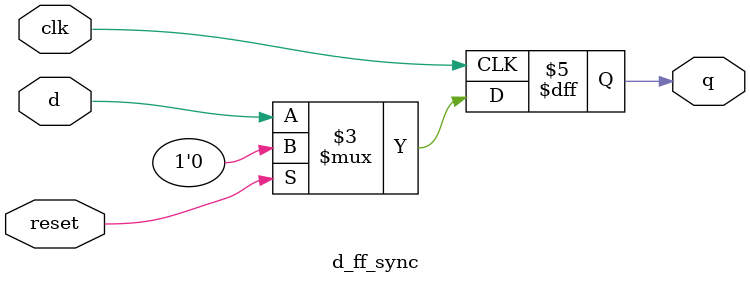
<source format=sv>
module d_ff_sync (
    input clk,
    input d,
    input reset,   // Active-high synchronous reset
    output reg q
);
    always @(posedge clk) begin
        if (reset)
            q <= 1'b0;
        else
            q <= d;
    end
endmodule

</source>
